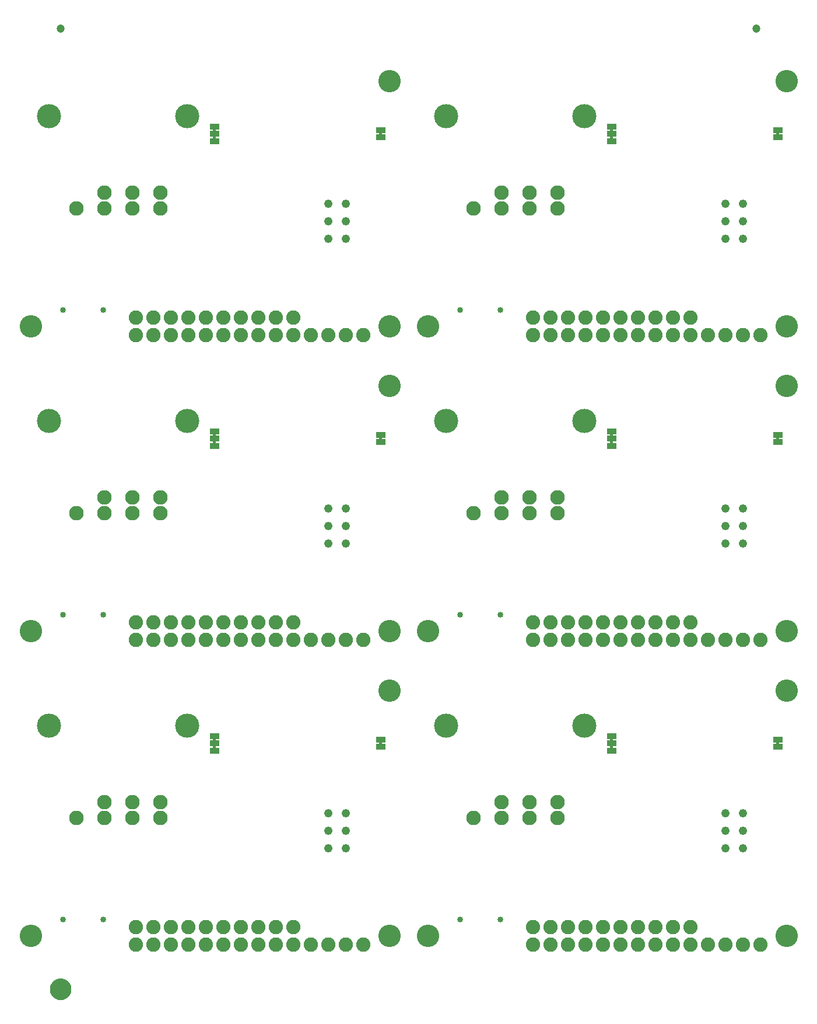
<source format=gbs>
G04 EAGLE Gerber RS-274X export*
G75*
%MOMM*%
%FSLAX34Y34*%
%LPD*%
%INSoldermask Bottom*%
%IPPOS*%
%AMOC8*
5,1,8,0,0,1.08239X$1,22.5*%
G01*
%ADD10C,3.505200*%
%ADD11C,2.108200*%
%ADD12C,0.853200*%
%ADD13R,1.473200X0.863600*%
%ADD14C,2.082800*%
%ADD15C,3.251200*%
%ADD16C,1.221313*%
%ADD17C,1.203200*%
%ADD18C,1.270000*%
%ADD19C,1.703200*%

G36*
X870015Y1191272D02*
X870015Y1191272D01*
X870081Y1191274D01*
X870124Y1191292D01*
X870171Y1191300D01*
X870228Y1191334D01*
X870288Y1191359D01*
X870323Y1191390D01*
X870364Y1191415D01*
X870406Y1191466D01*
X870454Y1191510D01*
X870476Y1191552D01*
X870505Y1191589D01*
X870526Y1191651D01*
X870557Y1191710D01*
X870565Y1191764D01*
X870577Y1191801D01*
X870576Y1191841D01*
X870584Y1191895D01*
X870584Y1195705D01*
X870573Y1195770D01*
X870571Y1195836D01*
X870553Y1195879D01*
X870545Y1195926D01*
X870511Y1195983D01*
X870486Y1196043D01*
X870455Y1196078D01*
X870430Y1196119D01*
X870379Y1196161D01*
X870335Y1196209D01*
X870293Y1196231D01*
X870256Y1196260D01*
X870194Y1196281D01*
X870135Y1196312D01*
X870081Y1196320D01*
X870044Y1196332D01*
X870004Y1196331D01*
X869950Y1196339D01*
X867410Y1196339D01*
X867345Y1196328D01*
X867279Y1196326D01*
X867236Y1196308D01*
X867189Y1196300D01*
X867132Y1196266D01*
X867072Y1196241D01*
X867037Y1196210D01*
X866996Y1196185D01*
X866955Y1196134D01*
X866906Y1196090D01*
X866884Y1196048D01*
X866855Y1196011D01*
X866834Y1195949D01*
X866803Y1195890D01*
X866795Y1195836D01*
X866783Y1195799D01*
X866783Y1195795D01*
X866783Y1195794D01*
X866784Y1195759D01*
X866776Y1195705D01*
X866776Y1191895D01*
X866787Y1191830D01*
X866789Y1191764D01*
X866807Y1191721D01*
X866815Y1191674D01*
X866849Y1191617D01*
X866874Y1191557D01*
X866905Y1191522D01*
X866930Y1191481D01*
X866981Y1191440D01*
X867025Y1191391D01*
X867067Y1191369D01*
X867104Y1191340D01*
X867166Y1191319D01*
X867225Y1191288D01*
X867279Y1191280D01*
X867316Y1191268D01*
X867356Y1191269D01*
X867410Y1191261D01*
X869950Y1191261D01*
X870015Y1191272D01*
G37*
G36*
X293435Y1191272D02*
X293435Y1191272D01*
X293501Y1191274D01*
X293544Y1191292D01*
X293591Y1191300D01*
X293648Y1191334D01*
X293708Y1191359D01*
X293743Y1191390D01*
X293784Y1191415D01*
X293826Y1191466D01*
X293874Y1191510D01*
X293896Y1191552D01*
X293925Y1191589D01*
X293946Y1191651D01*
X293977Y1191710D01*
X293985Y1191764D01*
X293997Y1191801D01*
X293996Y1191841D01*
X294004Y1191895D01*
X294004Y1195705D01*
X293993Y1195770D01*
X293991Y1195836D01*
X293973Y1195879D01*
X293965Y1195926D01*
X293931Y1195983D01*
X293906Y1196043D01*
X293875Y1196078D01*
X293850Y1196119D01*
X293799Y1196161D01*
X293755Y1196209D01*
X293713Y1196231D01*
X293676Y1196260D01*
X293614Y1196281D01*
X293555Y1196312D01*
X293501Y1196320D01*
X293464Y1196332D01*
X293424Y1196331D01*
X293370Y1196339D01*
X290830Y1196339D01*
X290765Y1196328D01*
X290699Y1196326D01*
X290656Y1196308D01*
X290609Y1196300D01*
X290552Y1196266D01*
X290492Y1196241D01*
X290457Y1196210D01*
X290416Y1196185D01*
X290375Y1196134D01*
X290326Y1196090D01*
X290304Y1196048D01*
X290275Y1196011D01*
X290254Y1195949D01*
X290223Y1195890D01*
X290215Y1195836D01*
X290203Y1195799D01*
X290203Y1195795D01*
X290203Y1195794D01*
X290204Y1195759D01*
X290196Y1195705D01*
X290196Y1191895D01*
X290207Y1191830D01*
X290209Y1191764D01*
X290227Y1191721D01*
X290235Y1191674D01*
X290269Y1191617D01*
X290294Y1191557D01*
X290325Y1191522D01*
X290350Y1191481D01*
X290401Y1191440D01*
X290445Y1191391D01*
X290487Y1191369D01*
X290524Y1191340D01*
X290586Y1191319D01*
X290645Y1191288D01*
X290699Y1191280D01*
X290736Y1191268D01*
X290776Y1191269D01*
X290830Y1191261D01*
X293370Y1191261D01*
X293435Y1191272D01*
G37*
G36*
X1111315Y1186192D02*
X1111315Y1186192D01*
X1111381Y1186194D01*
X1111424Y1186212D01*
X1111471Y1186220D01*
X1111528Y1186254D01*
X1111588Y1186279D01*
X1111623Y1186310D01*
X1111664Y1186335D01*
X1111706Y1186386D01*
X1111754Y1186430D01*
X1111776Y1186472D01*
X1111805Y1186509D01*
X1111826Y1186571D01*
X1111857Y1186630D01*
X1111865Y1186684D01*
X1111877Y1186721D01*
X1111876Y1186761D01*
X1111884Y1186815D01*
X1111884Y1190625D01*
X1111873Y1190690D01*
X1111871Y1190756D01*
X1111853Y1190799D01*
X1111845Y1190846D01*
X1111811Y1190903D01*
X1111786Y1190963D01*
X1111755Y1190998D01*
X1111730Y1191039D01*
X1111679Y1191081D01*
X1111635Y1191129D01*
X1111593Y1191151D01*
X1111556Y1191180D01*
X1111494Y1191201D01*
X1111435Y1191232D01*
X1111381Y1191240D01*
X1111344Y1191252D01*
X1111304Y1191251D01*
X1111250Y1191259D01*
X1108710Y1191259D01*
X1108645Y1191248D01*
X1108579Y1191246D01*
X1108536Y1191228D01*
X1108489Y1191220D01*
X1108432Y1191186D01*
X1108372Y1191161D01*
X1108337Y1191130D01*
X1108296Y1191105D01*
X1108255Y1191054D01*
X1108206Y1191010D01*
X1108184Y1190968D01*
X1108155Y1190931D01*
X1108134Y1190869D01*
X1108103Y1190810D01*
X1108095Y1190756D01*
X1108083Y1190719D01*
X1108083Y1190715D01*
X1108083Y1190714D01*
X1108084Y1190679D01*
X1108076Y1190625D01*
X1108076Y1186815D01*
X1108087Y1186750D01*
X1108089Y1186684D01*
X1108107Y1186641D01*
X1108115Y1186594D01*
X1108149Y1186537D01*
X1108174Y1186477D01*
X1108205Y1186442D01*
X1108230Y1186401D01*
X1108281Y1186360D01*
X1108325Y1186311D01*
X1108367Y1186289D01*
X1108404Y1186260D01*
X1108466Y1186239D01*
X1108525Y1186208D01*
X1108579Y1186200D01*
X1108616Y1186188D01*
X1108656Y1186189D01*
X1108710Y1186181D01*
X1111250Y1186181D01*
X1111315Y1186192D01*
G37*
G36*
X534735Y1186192D02*
X534735Y1186192D01*
X534801Y1186194D01*
X534844Y1186212D01*
X534891Y1186220D01*
X534948Y1186254D01*
X535008Y1186279D01*
X535043Y1186310D01*
X535084Y1186335D01*
X535126Y1186386D01*
X535174Y1186430D01*
X535196Y1186472D01*
X535225Y1186509D01*
X535246Y1186571D01*
X535277Y1186630D01*
X535285Y1186684D01*
X535297Y1186721D01*
X535296Y1186761D01*
X535304Y1186815D01*
X535304Y1190625D01*
X535293Y1190690D01*
X535291Y1190756D01*
X535273Y1190799D01*
X535265Y1190846D01*
X535231Y1190903D01*
X535206Y1190963D01*
X535175Y1190998D01*
X535150Y1191039D01*
X535099Y1191081D01*
X535055Y1191129D01*
X535013Y1191151D01*
X534976Y1191180D01*
X534914Y1191201D01*
X534855Y1191232D01*
X534801Y1191240D01*
X534764Y1191252D01*
X534724Y1191251D01*
X534670Y1191259D01*
X532130Y1191259D01*
X532065Y1191248D01*
X531999Y1191246D01*
X531956Y1191228D01*
X531909Y1191220D01*
X531852Y1191186D01*
X531792Y1191161D01*
X531757Y1191130D01*
X531716Y1191105D01*
X531675Y1191054D01*
X531626Y1191010D01*
X531604Y1190968D01*
X531575Y1190931D01*
X531554Y1190869D01*
X531523Y1190810D01*
X531515Y1190756D01*
X531503Y1190719D01*
X531503Y1190715D01*
X531503Y1190714D01*
X531504Y1190679D01*
X531496Y1190625D01*
X531496Y1186815D01*
X531507Y1186750D01*
X531509Y1186684D01*
X531527Y1186641D01*
X531535Y1186594D01*
X531569Y1186537D01*
X531594Y1186477D01*
X531625Y1186442D01*
X531650Y1186401D01*
X531701Y1186360D01*
X531745Y1186311D01*
X531787Y1186289D01*
X531824Y1186260D01*
X531886Y1186239D01*
X531945Y1186208D01*
X531999Y1186200D01*
X532036Y1186188D01*
X532076Y1186189D01*
X532130Y1186181D01*
X534670Y1186181D01*
X534735Y1186192D01*
G37*
G36*
X293435Y1181112D02*
X293435Y1181112D01*
X293501Y1181114D01*
X293544Y1181132D01*
X293591Y1181140D01*
X293648Y1181174D01*
X293708Y1181199D01*
X293743Y1181230D01*
X293784Y1181255D01*
X293826Y1181306D01*
X293874Y1181350D01*
X293896Y1181392D01*
X293925Y1181429D01*
X293946Y1181491D01*
X293977Y1181550D01*
X293985Y1181604D01*
X293997Y1181641D01*
X293996Y1181681D01*
X294004Y1181735D01*
X294004Y1185545D01*
X293993Y1185610D01*
X293991Y1185676D01*
X293973Y1185719D01*
X293965Y1185766D01*
X293931Y1185823D01*
X293906Y1185883D01*
X293875Y1185918D01*
X293850Y1185959D01*
X293799Y1186001D01*
X293755Y1186049D01*
X293713Y1186071D01*
X293676Y1186100D01*
X293614Y1186121D01*
X293555Y1186152D01*
X293501Y1186160D01*
X293464Y1186172D01*
X293424Y1186171D01*
X293370Y1186179D01*
X290830Y1186179D01*
X290765Y1186168D01*
X290699Y1186166D01*
X290656Y1186148D01*
X290609Y1186140D01*
X290552Y1186106D01*
X290492Y1186081D01*
X290457Y1186050D01*
X290416Y1186025D01*
X290375Y1185974D01*
X290326Y1185930D01*
X290304Y1185888D01*
X290275Y1185851D01*
X290254Y1185789D01*
X290223Y1185730D01*
X290215Y1185676D01*
X290203Y1185639D01*
X290203Y1185635D01*
X290203Y1185634D01*
X290204Y1185599D01*
X290196Y1185545D01*
X290196Y1181735D01*
X290207Y1181670D01*
X290209Y1181604D01*
X290227Y1181561D01*
X290235Y1181514D01*
X290269Y1181457D01*
X290294Y1181397D01*
X290325Y1181362D01*
X290350Y1181321D01*
X290401Y1181280D01*
X290445Y1181231D01*
X290487Y1181209D01*
X290524Y1181180D01*
X290586Y1181159D01*
X290645Y1181128D01*
X290699Y1181120D01*
X290736Y1181108D01*
X290776Y1181109D01*
X290830Y1181101D01*
X293370Y1181101D01*
X293435Y1181112D01*
G37*
G36*
X870015Y1181112D02*
X870015Y1181112D01*
X870081Y1181114D01*
X870124Y1181132D01*
X870171Y1181140D01*
X870228Y1181174D01*
X870288Y1181199D01*
X870323Y1181230D01*
X870364Y1181255D01*
X870406Y1181306D01*
X870454Y1181350D01*
X870476Y1181392D01*
X870505Y1181429D01*
X870526Y1181491D01*
X870557Y1181550D01*
X870565Y1181604D01*
X870577Y1181641D01*
X870576Y1181681D01*
X870584Y1181735D01*
X870584Y1185545D01*
X870573Y1185610D01*
X870571Y1185676D01*
X870553Y1185719D01*
X870545Y1185766D01*
X870511Y1185823D01*
X870486Y1185883D01*
X870455Y1185918D01*
X870430Y1185959D01*
X870379Y1186001D01*
X870335Y1186049D01*
X870293Y1186071D01*
X870256Y1186100D01*
X870194Y1186121D01*
X870135Y1186152D01*
X870081Y1186160D01*
X870044Y1186172D01*
X870004Y1186171D01*
X869950Y1186179D01*
X867410Y1186179D01*
X867345Y1186168D01*
X867279Y1186166D01*
X867236Y1186148D01*
X867189Y1186140D01*
X867132Y1186106D01*
X867072Y1186081D01*
X867037Y1186050D01*
X866996Y1186025D01*
X866955Y1185974D01*
X866906Y1185930D01*
X866884Y1185888D01*
X866855Y1185851D01*
X866834Y1185789D01*
X866803Y1185730D01*
X866795Y1185676D01*
X866783Y1185639D01*
X866783Y1185635D01*
X866783Y1185634D01*
X866784Y1185599D01*
X866776Y1185545D01*
X866776Y1181735D01*
X866787Y1181670D01*
X866789Y1181604D01*
X866807Y1181561D01*
X866815Y1181514D01*
X866849Y1181457D01*
X866874Y1181397D01*
X866905Y1181362D01*
X866930Y1181321D01*
X866981Y1181280D01*
X867025Y1181231D01*
X867067Y1181209D01*
X867104Y1181180D01*
X867166Y1181159D01*
X867225Y1181128D01*
X867279Y1181120D01*
X867316Y1181108D01*
X867356Y1181109D01*
X867410Y1181101D01*
X869950Y1181101D01*
X870015Y1181112D01*
G37*
G36*
X293435Y749312D02*
X293435Y749312D01*
X293501Y749314D01*
X293544Y749332D01*
X293591Y749340D01*
X293648Y749374D01*
X293708Y749399D01*
X293743Y749430D01*
X293784Y749455D01*
X293826Y749506D01*
X293874Y749550D01*
X293896Y749592D01*
X293925Y749629D01*
X293946Y749691D01*
X293977Y749750D01*
X293985Y749804D01*
X293997Y749841D01*
X293996Y749881D01*
X294004Y749935D01*
X294004Y753745D01*
X293993Y753810D01*
X293991Y753876D01*
X293973Y753919D01*
X293965Y753966D01*
X293931Y754023D01*
X293906Y754083D01*
X293875Y754118D01*
X293850Y754159D01*
X293799Y754201D01*
X293755Y754249D01*
X293713Y754271D01*
X293676Y754300D01*
X293614Y754321D01*
X293555Y754352D01*
X293501Y754360D01*
X293464Y754372D01*
X293424Y754371D01*
X293370Y754379D01*
X290830Y754379D01*
X290765Y754368D01*
X290699Y754366D01*
X290656Y754348D01*
X290609Y754340D01*
X290552Y754306D01*
X290492Y754281D01*
X290457Y754250D01*
X290416Y754225D01*
X290375Y754174D01*
X290326Y754130D01*
X290304Y754088D01*
X290275Y754051D01*
X290254Y753989D01*
X290223Y753930D01*
X290215Y753876D01*
X290203Y753839D01*
X290203Y753835D01*
X290203Y753834D01*
X290204Y753799D01*
X290196Y753745D01*
X290196Y749935D01*
X290207Y749870D01*
X290209Y749804D01*
X290227Y749761D01*
X290235Y749714D01*
X290269Y749657D01*
X290294Y749597D01*
X290325Y749562D01*
X290350Y749521D01*
X290401Y749480D01*
X290445Y749431D01*
X290487Y749409D01*
X290524Y749380D01*
X290586Y749359D01*
X290645Y749328D01*
X290699Y749320D01*
X290736Y749308D01*
X290776Y749309D01*
X290830Y749301D01*
X293370Y749301D01*
X293435Y749312D01*
G37*
G36*
X870015Y749312D02*
X870015Y749312D01*
X870081Y749314D01*
X870124Y749332D01*
X870171Y749340D01*
X870228Y749374D01*
X870288Y749399D01*
X870323Y749430D01*
X870364Y749455D01*
X870406Y749506D01*
X870454Y749550D01*
X870476Y749592D01*
X870505Y749629D01*
X870526Y749691D01*
X870557Y749750D01*
X870565Y749804D01*
X870577Y749841D01*
X870576Y749881D01*
X870584Y749935D01*
X870584Y753745D01*
X870573Y753810D01*
X870571Y753876D01*
X870553Y753919D01*
X870545Y753966D01*
X870511Y754023D01*
X870486Y754083D01*
X870455Y754118D01*
X870430Y754159D01*
X870379Y754201D01*
X870335Y754249D01*
X870293Y754271D01*
X870256Y754300D01*
X870194Y754321D01*
X870135Y754352D01*
X870081Y754360D01*
X870044Y754372D01*
X870004Y754371D01*
X869950Y754379D01*
X867410Y754379D01*
X867345Y754368D01*
X867279Y754366D01*
X867236Y754348D01*
X867189Y754340D01*
X867132Y754306D01*
X867072Y754281D01*
X867037Y754250D01*
X866996Y754225D01*
X866955Y754174D01*
X866906Y754130D01*
X866884Y754088D01*
X866855Y754051D01*
X866834Y753989D01*
X866803Y753930D01*
X866795Y753876D01*
X866783Y753839D01*
X866783Y753835D01*
X866783Y753834D01*
X866784Y753799D01*
X866776Y753745D01*
X866776Y749935D01*
X866787Y749870D01*
X866789Y749804D01*
X866807Y749761D01*
X866815Y749714D01*
X866849Y749657D01*
X866874Y749597D01*
X866905Y749562D01*
X866930Y749521D01*
X866981Y749480D01*
X867025Y749431D01*
X867067Y749409D01*
X867104Y749380D01*
X867166Y749359D01*
X867225Y749328D01*
X867279Y749320D01*
X867316Y749308D01*
X867356Y749309D01*
X867410Y749301D01*
X869950Y749301D01*
X870015Y749312D01*
G37*
G36*
X1111315Y744232D02*
X1111315Y744232D01*
X1111381Y744234D01*
X1111424Y744252D01*
X1111471Y744260D01*
X1111528Y744294D01*
X1111588Y744319D01*
X1111623Y744350D01*
X1111664Y744375D01*
X1111706Y744426D01*
X1111754Y744470D01*
X1111776Y744512D01*
X1111805Y744549D01*
X1111826Y744611D01*
X1111857Y744670D01*
X1111865Y744724D01*
X1111877Y744761D01*
X1111876Y744801D01*
X1111884Y744855D01*
X1111884Y748665D01*
X1111873Y748730D01*
X1111871Y748796D01*
X1111853Y748839D01*
X1111845Y748886D01*
X1111811Y748943D01*
X1111786Y749003D01*
X1111755Y749038D01*
X1111730Y749079D01*
X1111679Y749121D01*
X1111635Y749169D01*
X1111593Y749191D01*
X1111556Y749220D01*
X1111494Y749241D01*
X1111435Y749272D01*
X1111381Y749280D01*
X1111344Y749292D01*
X1111304Y749291D01*
X1111250Y749299D01*
X1108710Y749299D01*
X1108645Y749288D01*
X1108579Y749286D01*
X1108536Y749268D01*
X1108489Y749260D01*
X1108432Y749226D01*
X1108372Y749201D01*
X1108337Y749170D01*
X1108296Y749145D01*
X1108255Y749094D01*
X1108206Y749050D01*
X1108184Y749008D01*
X1108155Y748971D01*
X1108134Y748909D01*
X1108103Y748850D01*
X1108095Y748796D01*
X1108083Y748759D01*
X1108083Y748755D01*
X1108083Y748754D01*
X1108084Y748719D01*
X1108076Y748665D01*
X1108076Y744855D01*
X1108087Y744790D01*
X1108089Y744724D01*
X1108107Y744681D01*
X1108115Y744634D01*
X1108149Y744577D01*
X1108174Y744517D01*
X1108205Y744482D01*
X1108230Y744441D01*
X1108281Y744400D01*
X1108325Y744351D01*
X1108367Y744329D01*
X1108404Y744300D01*
X1108466Y744279D01*
X1108525Y744248D01*
X1108579Y744240D01*
X1108616Y744228D01*
X1108656Y744229D01*
X1108710Y744221D01*
X1111250Y744221D01*
X1111315Y744232D01*
G37*
G36*
X534735Y744232D02*
X534735Y744232D01*
X534801Y744234D01*
X534844Y744252D01*
X534891Y744260D01*
X534948Y744294D01*
X535008Y744319D01*
X535043Y744350D01*
X535084Y744375D01*
X535126Y744426D01*
X535174Y744470D01*
X535196Y744512D01*
X535225Y744549D01*
X535246Y744611D01*
X535277Y744670D01*
X535285Y744724D01*
X535297Y744761D01*
X535296Y744801D01*
X535304Y744855D01*
X535304Y748665D01*
X535293Y748730D01*
X535291Y748796D01*
X535273Y748839D01*
X535265Y748886D01*
X535231Y748943D01*
X535206Y749003D01*
X535175Y749038D01*
X535150Y749079D01*
X535099Y749121D01*
X535055Y749169D01*
X535013Y749191D01*
X534976Y749220D01*
X534914Y749241D01*
X534855Y749272D01*
X534801Y749280D01*
X534764Y749292D01*
X534724Y749291D01*
X534670Y749299D01*
X532130Y749299D01*
X532065Y749288D01*
X531999Y749286D01*
X531956Y749268D01*
X531909Y749260D01*
X531852Y749226D01*
X531792Y749201D01*
X531757Y749170D01*
X531716Y749145D01*
X531675Y749094D01*
X531626Y749050D01*
X531604Y749008D01*
X531575Y748971D01*
X531554Y748909D01*
X531523Y748850D01*
X531515Y748796D01*
X531503Y748759D01*
X531503Y748755D01*
X531503Y748754D01*
X531504Y748719D01*
X531496Y748665D01*
X531496Y744855D01*
X531507Y744790D01*
X531509Y744724D01*
X531527Y744681D01*
X531535Y744634D01*
X531569Y744577D01*
X531594Y744517D01*
X531625Y744482D01*
X531650Y744441D01*
X531701Y744400D01*
X531745Y744351D01*
X531787Y744329D01*
X531824Y744300D01*
X531886Y744279D01*
X531945Y744248D01*
X531999Y744240D01*
X532036Y744228D01*
X532076Y744229D01*
X532130Y744221D01*
X534670Y744221D01*
X534735Y744232D01*
G37*
G36*
X870015Y739152D02*
X870015Y739152D01*
X870081Y739154D01*
X870124Y739172D01*
X870171Y739180D01*
X870228Y739214D01*
X870288Y739239D01*
X870323Y739270D01*
X870364Y739295D01*
X870406Y739346D01*
X870454Y739390D01*
X870476Y739432D01*
X870505Y739469D01*
X870526Y739531D01*
X870557Y739590D01*
X870565Y739644D01*
X870577Y739681D01*
X870576Y739721D01*
X870584Y739775D01*
X870584Y743585D01*
X870573Y743650D01*
X870571Y743716D01*
X870553Y743759D01*
X870545Y743806D01*
X870511Y743863D01*
X870486Y743923D01*
X870455Y743958D01*
X870430Y743999D01*
X870379Y744041D01*
X870335Y744089D01*
X870293Y744111D01*
X870256Y744140D01*
X870194Y744161D01*
X870135Y744192D01*
X870081Y744200D01*
X870044Y744212D01*
X870004Y744211D01*
X869950Y744219D01*
X867410Y744219D01*
X867345Y744208D01*
X867279Y744206D01*
X867236Y744188D01*
X867189Y744180D01*
X867132Y744146D01*
X867072Y744121D01*
X867037Y744090D01*
X866996Y744065D01*
X866955Y744014D01*
X866906Y743970D01*
X866884Y743928D01*
X866855Y743891D01*
X866834Y743829D01*
X866803Y743770D01*
X866795Y743716D01*
X866783Y743679D01*
X866783Y743675D01*
X866783Y743674D01*
X866784Y743639D01*
X866776Y743585D01*
X866776Y739775D01*
X866787Y739710D01*
X866789Y739644D01*
X866807Y739601D01*
X866815Y739554D01*
X866849Y739497D01*
X866874Y739437D01*
X866905Y739402D01*
X866930Y739361D01*
X866981Y739320D01*
X867025Y739271D01*
X867067Y739249D01*
X867104Y739220D01*
X867166Y739199D01*
X867225Y739168D01*
X867279Y739160D01*
X867316Y739148D01*
X867356Y739149D01*
X867410Y739141D01*
X869950Y739141D01*
X870015Y739152D01*
G37*
G36*
X293435Y739152D02*
X293435Y739152D01*
X293501Y739154D01*
X293544Y739172D01*
X293591Y739180D01*
X293648Y739214D01*
X293708Y739239D01*
X293743Y739270D01*
X293784Y739295D01*
X293826Y739346D01*
X293874Y739390D01*
X293896Y739432D01*
X293925Y739469D01*
X293946Y739531D01*
X293977Y739590D01*
X293985Y739644D01*
X293997Y739681D01*
X293996Y739721D01*
X294004Y739775D01*
X294004Y743585D01*
X293993Y743650D01*
X293991Y743716D01*
X293973Y743759D01*
X293965Y743806D01*
X293931Y743863D01*
X293906Y743923D01*
X293875Y743958D01*
X293850Y743999D01*
X293799Y744041D01*
X293755Y744089D01*
X293713Y744111D01*
X293676Y744140D01*
X293614Y744161D01*
X293555Y744192D01*
X293501Y744200D01*
X293464Y744212D01*
X293424Y744211D01*
X293370Y744219D01*
X290830Y744219D01*
X290765Y744208D01*
X290699Y744206D01*
X290656Y744188D01*
X290609Y744180D01*
X290552Y744146D01*
X290492Y744121D01*
X290457Y744090D01*
X290416Y744065D01*
X290375Y744014D01*
X290326Y743970D01*
X290304Y743928D01*
X290275Y743891D01*
X290254Y743829D01*
X290223Y743770D01*
X290215Y743716D01*
X290203Y743679D01*
X290203Y743675D01*
X290203Y743674D01*
X290204Y743639D01*
X290196Y743585D01*
X290196Y739775D01*
X290207Y739710D01*
X290209Y739644D01*
X290227Y739601D01*
X290235Y739554D01*
X290269Y739497D01*
X290294Y739437D01*
X290325Y739402D01*
X290350Y739361D01*
X290401Y739320D01*
X290445Y739271D01*
X290487Y739249D01*
X290524Y739220D01*
X290586Y739199D01*
X290645Y739168D01*
X290699Y739160D01*
X290736Y739148D01*
X290776Y739149D01*
X290830Y739141D01*
X293370Y739141D01*
X293435Y739152D01*
G37*
G36*
X870015Y307352D02*
X870015Y307352D01*
X870081Y307354D01*
X870124Y307372D01*
X870171Y307380D01*
X870228Y307414D01*
X870288Y307439D01*
X870323Y307470D01*
X870364Y307495D01*
X870406Y307546D01*
X870454Y307590D01*
X870476Y307632D01*
X870505Y307669D01*
X870526Y307731D01*
X870557Y307790D01*
X870565Y307844D01*
X870577Y307881D01*
X870576Y307921D01*
X870584Y307975D01*
X870584Y311785D01*
X870573Y311850D01*
X870571Y311916D01*
X870553Y311959D01*
X870545Y312006D01*
X870511Y312063D01*
X870486Y312123D01*
X870455Y312158D01*
X870430Y312199D01*
X870379Y312241D01*
X870335Y312289D01*
X870293Y312311D01*
X870256Y312340D01*
X870194Y312361D01*
X870135Y312392D01*
X870081Y312400D01*
X870044Y312412D01*
X870004Y312411D01*
X869950Y312419D01*
X867410Y312419D01*
X867345Y312408D01*
X867279Y312406D01*
X867236Y312388D01*
X867189Y312380D01*
X867132Y312346D01*
X867072Y312321D01*
X867037Y312290D01*
X866996Y312265D01*
X866955Y312214D01*
X866906Y312170D01*
X866884Y312128D01*
X866855Y312091D01*
X866834Y312029D01*
X866803Y311970D01*
X866795Y311916D01*
X866783Y311879D01*
X866783Y311875D01*
X866783Y311874D01*
X866784Y311839D01*
X866776Y311785D01*
X866776Y307975D01*
X866787Y307910D01*
X866789Y307844D01*
X866807Y307801D01*
X866815Y307754D01*
X866849Y307697D01*
X866874Y307637D01*
X866905Y307602D01*
X866930Y307561D01*
X866981Y307520D01*
X867025Y307471D01*
X867067Y307449D01*
X867104Y307420D01*
X867166Y307399D01*
X867225Y307368D01*
X867279Y307360D01*
X867316Y307348D01*
X867356Y307349D01*
X867410Y307341D01*
X869950Y307341D01*
X870015Y307352D01*
G37*
G36*
X293435Y307352D02*
X293435Y307352D01*
X293501Y307354D01*
X293544Y307372D01*
X293591Y307380D01*
X293648Y307414D01*
X293708Y307439D01*
X293743Y307470D01*
X293784Y307495D01*
X293826Y307546D01*
X293874Y307590D01*
X293896Y307632D01*
X293925Y307669D01*
X293946Y307731D01*
X293977Y307790D01*
X293985Y307844D01*
X293997Y307881D01*
X293996Y307921D01*
X294004Y307975D01*
X294004Y311785D01*
X293993Y311850D01*
X293991Y311916D01*
X293973Y311959D01*
X293965Y312006D01*
X293931Y312063D01*
X293906Y312123D01*
X293875Y312158D01*
X293850Y312199D01*
X293799Y312241D01*
X293755Y312289D01*
X293713Y312311D01*
X293676Y312340D01*
X293614Y312361D01*
X293555Y312392D01*
X293501Y312400D01*
X293464Y312412D01*
X293424Y312411D01*
X293370Y312419D01*
X290830Y312419D01*
X290765Y312408D01*
X290699Y312406D01*
X290656Y312388D01*
X290609Y312380D01*
X290552Y312346D01*
X290492Y312321D01*
X290457Y312290D01*
X290416Y312265D01*
X290375Y312214D01*
X290326Y312170D01*
X290304Y312128D01*
X290275Y312091D01*
X290254Y312029D01*
X290223Y311970D01*
X290215Y311916D01*
X290203Y311879D01*
X290203Y311875D01*
X290203Y311874D01*
X290204Y311839D01*
X290196Y311785D01*
X290196Y307975D01*
X290207Y307910D01*
X290209Y307844D01*
X290227Y307801D01*
X290235Y307754D01*
X290269Y307697D01*
X290294Y307637D01*
X290325Y307602D01*
X290350Y307561D01*
X290401Y307520D01*
X290445Y307471D01*
X290487Y307449D01*
X290524Y307420D01*
X290586Y307399D01*
X290645Y307368D01*
X290699Y307360D01*
X290736Y307348D01*
X290776Y307349D01*
X290830Y307341D01*
X293370Y307341D01*
X293435Y307352D01*
G37*
G36*
X1111315Y302272D02*
X1111315Y302272D01*
X1111381Y302274D01*
X1111424Y302292D01*
X1111471Y302300D01*
X1111528Y302334D01*
X1111588Y302359D01*
X1111623Y302390D01*
X1111664Y302415D01*
X1111706Y302466D01*
X1111754Y302510D01*
X1111776Y302552D01*
X1111805Y302589D01*
X1111826Y302651D01*
X1111857Y302710D01*
X1111865Y302764D01*
X1111877Y302801D01*
X1111876Y302841D01*
X1111884Y302895D01*
X1111884Y306705D01*
X1111873Y306770D01*
X1111871Y306836D01*
X1111853Y306879D01*
X1111845Y306926D01*
X1111811Y306983D01*
X1111786Y307043D01*
X1111755Y307078D01*
X1111730Y307119D01*
X1111679Y307161D01*
X1111635Y307209D01*
X1111593Y307231D01*
X1111556Y307260D01*
X1111494Y307281D01*
X1111435Y307312D01*
X1111381Y307320D01*
X1111344Y307332D01*
X1111304Y307331D01*
X1111250Y307339D01*
X1108710Y307339D01*
X1108645Y307328D01*
X1108579Y307326D01*
X1108536Y307308D01*
X1108489Y307300D01*
X1108432Y307266D01*
X1108372Y307241D01*
X1108337Y307210D01*
X1108296Y307185D01*
X1108255Y307134D01*
X1108206Y307090D01*
X1108184Y307048D01*
X1108155Y307011D01*
X1108134Y306949D01*
X1108103Y306890D01*
X1108095Y306836D01*
X1108083Y306799D01*
X1108083Y306795D01*
X1108083Y306794D01*
X1108084Y306759D01*
X1108076Y306705D01*
X1108076Y302895D01*
X1108087Y302830D01*
X1108089Y302764D01*
X1108107Y302721D01*
X1108115Y302674D01*
X1108149Y302617D01*
X1108174Y302557D01*
X1108205Y302522D01*
X1108230Y302481D01*
X1108281Y302440D01*
X1108325Y302391D01*
X1108367Y302369D01*
X1108404Y302340D01*
X1108466Y302319D01*
X1108525Y302288D01*
X1108579Y302280D01*
X1108616Y302268D01*
X1108656Y302269D01*
X1108710Y302261D01*
X1111250Y302261D01*
X1111315Y302272D01*
G37*
G36*
X534735Y302272D02*
X534735Y302272D01*
X534801Y302274D01*
X534844Y302292D01*
X534891Y302300D01*
X534948Y302334D01*
X535008Y302359D01*
X535043Y302390D01*
X535084Y302415D01*
X535126Y302466D01*
X535174Y302510D01*
X535196Y302552D01*
X535225Y302589D01*
X535246Y302651D01*
X535277Y302710D01*
X535285Y302764D01*
X535297Y302801D01*
X535296Y302841D01*
X535304Y302895D01*
X535304Y306705D01*
X535293Y306770D01*
X535291Y306836D01*
X535273Y306879D01*
X535265Y306926D01*
X535231Y306983D01*
X535206Y307043D01*
X535175Y307078D01*
X535150Y307119D01*
X535099Y307161D01*
X535055Y307209D01*
X535013Y307231D01*
X534976Y307260D01*
X534914Y307281D01*
X534855Y307312D01*
X534801Y307320D01*
X534764Y307332D01*
X534724Y307331D01*
X534670Y307339D01*
X532130Y307339D01*
X532065Y307328D01*
X531999Y307326D01*
X531956Y307308D01*
X531909Y307300D01*
X531852Y307266D01*
X531792Y307241D01*
X531757Y307210D01*
X531716Y307185D01*
X531675Y307134D01*
X531626Y307090D01*
X531604Y307048D01*
X531575Y307011D01*
X531554Y306949D01*
X531523Y306890D01*
X531515Y306836D01*
X531503Y306799D01*
X531503Y306795D01*
X531503Y306794D01*
X531504Y306759D01*
X531496Y306705D01*
X531496Y302895D01*
X531507Y302830D01*
X531509Y302764D01*
X531527Y302721D01*
X531535Y302674D01*
X531569Y302617D01*
X531594Y302557D01*
X531625Y302522D01*
X531650Y302481D01*
X531701Y302440D01*
X531745Y302391D01*
X531787Y302369D01*
X531824Y302340D01*
X531886Y302319D01*
X531945Y302288D01*
X531999Y302280D01*
X532036Y302268D01*
X532076Y302269D01*
X532130Y302261D01*
X534670Y302261D01*
X534735Y302272D01*
G37*
G36*
X870015Y297192D02*
X870015Y297192D01*
X870081Y297194D01*
X870124Y297212D01*
X870171Y297220D01*
X870228Y297254D01*
X870288Y297279D01*
X870323Y297310D01*
X870364Y297335D01*
X870406Y297386D01*
X870454Y297430D01*
X870476Y297472D01*
X870505Y297509D01*
X870526Y297571D01*
X870557Y297630D01*
X870565Y297684D01*
X870577Y297721D01*
X870576Y297761D01*
X870584Y297815D01*
X870584Y301625D01*
X870573Y301690D01*
X870571Y301756D01*
X870553Y301799D01*
X870545Y301846D01*
X870511Y301903D01*
X870486Y301963D01*
X870455Y301998D01*
X870430Y302039D01*
X870379Y302081D01*
X870335Y302129D01*
X870293Y302151D01*
X870256Y302180D01*
X870194Y302201D01*
X870135Y302232D01*
X870081Y302240D01*
X870044Y302252D01*
X870004Y302251D01*
X869950Y302259D01*
X867410Y302259D01*
X867345Y302248D01*
X867279Y302246D01*
X867236Y302228D01*
X867189Y302220D01*
X867132Y302186D01*
X867072Y302161D01*
X867037Y302130D01*
X866996Y302105D01*
X866955Y302054D01*
X866906Y302010D01*
X866884Y301968D01*
X866855Y301931D01*
X866834Y301869D01*
X866803Y301810D01*
X866795Y301756D01*
X866783Y301719D01*
X866783Y301715D01*
X866783Y301714D01*
X866784Y301679D01*
X866776Y301625D01*
X866776Y297815D01*
X866787Y297750D01*
X866789Y297684D01*
X866807Y297641D01*
X866815Y297594D01*
X866849Y297537D01*
X866874Y297477D01*
X866905Y297442D01*
X866930Y297401D01*
X866981Y297360D01*
X867025Y297311D01*
X867067Y297289D01*
X867104Y297260D01*
X867166Y297239D01*
X867225Y297208D01*
X867279Y297200D01*
X867316Y297188D01*
X867356Y297189D01*
X867410Y297181D01*
X869950Y297181D01*
X870015Y297192D01*
G37*
G36*
X293435Y297192D02*
X293435Y297192D01*
X293501Y297194D01*
X293544Y297212D01*
X293591Y297220D01*
X293648Y297254D01*
X293708Y297279D01*
X293743Y297310D01*
X293784Y297335D01*
X293826Y297386D01*
X293874Y297430D01*
X293896Y297472D01*
X293925Y297509D01*
X293946Y297571D01*
X293977Y297630D01*
X293985Y297684D01*
X293997Y297721D01*
X293996Y297761D01*
X294004Y297815D01*
X294004Y301625D01*
X293993Y301690D01*
X293991Y301756D01*
X293973Y301799D01*
X293965Y301846D01*
X293931Y301903D01*
X293906Y301963D01*
X293875Y301998D01*
X293850Y302039D01*
X293799Y302081D01*
X293755Y302129D01*
X293713Y302151D01*
X293676Y302180D01*
X293614Y302201D01*
X293555Y302232D01*
X293501Y302240D01*
X293464Y302252D01*
X293424Y302251D01*
X293370Y302259D01*
X290830Y302259D01*
X290765Y302248D01*
X290699Y302246D01*
X290656Y302228D01*
X290609Y302220D01*
X290552Y302186D01*
X290492Y302161D01*
X290457Y302130D01*
X290416Y302105D01*
X290375Y302054D01*
X290326Y302010D01*
X290304Y301968D01*
X290275Y301931D01*
X290254Y301869D01*
X290223Y301810D01*
X290215Y301756D01*
X290203Y301719D01*
X290203Y301715D01*
X290203Y301714D01*
X290204Y301679D01*
X290196Y301625D01*
X290196Y297815D01*
X290207Y297750D01*
X290209Y297684D01*
X290227Y297641D01*
X290235Y297594D01*
X290269Y297537D01*
X290294Y297477D01*
X290325Y297442D01*
X290350Y297401D01*
X290401Y297360D01*
X290445Y297311D01*
X290487Y297289D01*
X290524Y297260D01*
X290586Y297239D01*
X290645Y297208D01*
X290699Y297200D01*
X290736Y297188D01*
X290776Y297189D01*
X290830Y297181D01*
X293370Y297181D01*
X293435Y297192D01*
G37*
D10*
X52070Y330200D03*
X252730Y330200D03*
D11*
X91440Y196850D03*
X132080Y196850D03*
X172720Y196850D03*
X213360Y196850D03*
X132080Y219710D03*
X172720Y219710D03*
X213360Y219710D03*
D12*
X72700Y49050D03*
X130500Y49050D03*
D13*
X292100Y294386D03*
X292100Y304800D03*
X292100Y315214D03*
D14*
X406400Y38100D03*
X406400Y12700D03*
X381000Y38100D03*
X381000Y12700D03*
X355600Y38100D03*
X355600Y12700D03*
X330200Y38100D03*
X330200Y12700D03*
X304800Y38100D03*
X304800Y12700D03*
X279400Y38100D03*
X279400Y12700D03*
X254000Y38100D03*
X254000Y12700D03*
X228600Y38100D03*
X228600Y12700D03*
X203200Y38100D03*
X203200Y12700D03*
X177800Y38100D03*
X177800Y12700D03*
X431800Y12700D03*
X457200Y12700D03*
X482600Y12700D03*
X508000Y12700D03*
D15*
X25400Y25400D03*
X546100Y25400D03*
D16*
X482600Y152400D03*
X482600Y177800D03*
X482600Y203200D03*
X457200Y152400D03*
X457200Y177800D03*
X457200Y203200D03*
D13*
X533400Y310007D03*
X533400Y299593D03*
D15*
X546100Y381000D03*
D10*
X628650Y330200D03*
X829310Y330200D03*
D11*
X668020Y196850D03*
X708660Y196850D03*
X749300Y196850D03*
X789940Y196850D03*
X708660Y219710D03*
X749300Y219710D03*
X789940Y219710D03*
D12*
X649280Y49050D03*
X707080Y49050D03*
D13*
X868680Y294386D03*
X868680Y304800D03*
X868680Y315214D03*
D14*
X982980Y38100D03*
X982980Y12700D03*
X957580Y38100D03*
X957580Y12700D03*
X932180Y38100D03*
X932180Y12700D03*
X906780Y38100D03*
X906780Y12700D03*
X881380Y38100D03*
X881380Y12700D03*
X855980Y38100D03*
X855980Y12700D03*
X830580Y38100D03*
X830580Y12700D03*
X805180Y38100D03*
X805180Y12700D03*
X779780Y38100D03*
X779780Y12700D03*
X754380Y38100D03*
X754380Y12700D03*
X1008380Y12700D03*
X1033780Y12700D03*
X1059180Y12700D03*
X1084580Y12700D03*
D15*
X601980Y25400D03*
X1122680Y25400D03*
D16*
X1059180Y152400D03*
X1059180Y177800D03*
X1059180Y203200D03*
X1033780Y152400D03*
X1033780Y177800D03*
X1033780Y203200D03*
D13*
X1109980Y310007D03*
X1109980Y299593D03*
D15*
X1122680Y381000D03*
D10*
X52070Y772160D03*
X252730Y772160D03*
D11*
X91440Y638810D03*
X132080Y638810D03*
X172720Y638810D03*
X213360Y638810D03*
X132080Y661670D03*
X172720Y661670D03*
X213360Y661670D03*
D12*
X72700Y491010D03*
X130500Y491010D03*
D13*
X292100Y736346D03*
X292100Y746760D03*
X292100Y757174D03*
D14*
X406400Y480060D03*
X406400Y454660D03*
X381000Y480060D03*
X381000Y454660D03*
X355600Y480060D03*
X355600Y454660D03*
X330200Y480060D03*
X330200Y454660D03*
X304800Y480060D03*
X304800Y454660D03*
X279400Y480060D03*
X279400Y454660D03*
X254000Y480060D03*
X254000Y454660D03*
X228600Y480060D03*
X228600Y454660D03*
X203200Y480060D03*
X203200Y454660D03*
X177800Y480060D03*
X177800Y454660D03*
X431800Y454660D03*
X457200Y454660D03*
X482600Y454660D03*
X508000Y454660D03*
D15*
X25400Y467360D03*
X546100Y467360D03*
D16*
X482600Y594360D03*
X482600Y619760D03*
X482600Y645160D03*
X457200Y594360D03*
X457200Y619760D03*
X457200Y645160D03*
D13*
X533400Y751967D03*
X533400Y741553D03*
D15*
X546100Y822960D03*
D10*
X628650Y772160D03*
X829310Y772160D03*
D11*
X668020Y638810D03*
X708660Y638810D03*
X749300Y638810D03*
X789940Y638810D03*
X708660Y661670D03*
X749300Y661670D03*
X789940Y661670D03*
D12*
X649280Y491010D03*
X707080Y491010D03*
D13*
X868680Y736346D03*
X868680Y746760D03*
X868680Y757174D03*
D14*
X982980Y480060D03*
X982980Y454660D03*
X957580Y480060D03*
X957580Y454660D03*
X932180Y480060D03*
X932180Y454660D03*
X906780Y480060D03*
X906780Y454660D03*
X881380Y480060D03*
X881380Y454660D03*
X855980Y480060D03*
X855980Y454660D03*
X830580Y480060D03*
X830580Y454660D03*
X805180Y480060D03*
X805180Y454660D03*
X779780Y480060D03*
X779780Y454660D03*
X754380Y480060D03*
X754380Y454660D03*
X1008380Y454660D03*
X1033780Y454660D03*
X1059180Y454660D03*
X1084580Y454660D03*
D15*
X601980Y467360D03*
X1122680Y467360D03*
D16*
X1059180Y594360D03*
X1059180Y619760D03*
X1059180Y645160D03*
X1033780Y594360D03*
X1033780Y619760D03*
X1033780Y645160D03*
D13*
X1109980Y751967D03*
X1109980Y741553D03*
D15*
X1122680Y822960D03*
D10*
X52070Y1214120D03*
X252730Y1214120D03*
D11*
X91440Y1080770D03*
X132080Y1080770D03*
X172720Y1080770D03*
X213360Y1080770D03*
X132080Y1103630D03*
X172720Y1103630D03*
X213360Y1103630D03*
D12*
X72700Y932970D03*
X130500Y932970D03*
D13*
X292100Y1178306D03*
X292100Y1188720D03*
X292100Y1199134D03*
D14*
X406400Y922020D03*
X406400Y896620D03*
X381000Y922020D03*
X381000Y896620D03*
X355600Y922020D03*
X355600Y896620D03*
X330200Y922020D03*
X330200Y896620D03*
X304800Y922020D03*
X304800Y896620D03*
X279400Y922020D03*
X279400Y896620D03*
X254000Y922020D03*
X254000Y896620D03*
X228600Y922020D03*
X228600Y896620D03*
X203200Y922020D03*
X203200Y896620D03*
X177800Y922020D03*
X177800Y896620D03*
X431800Y896620D03*
X457200Y896620D03*
X482600Y896620D03*
X508000Y896620D03*
D15*
X25400Y909320D03*
X546100Y909320D03*
D16*
X482600Y1036320D03*
X482600Y1061720D03*
X482600Y1087120D03*
X457200Y1036320D03*
X457200Y1061720D03*
X457200Y1087120D03*
D13*
X533400Y1193927D03*
X533400Y1183513D03*
D15*
X546100Y1264920D03*
D10*
X628650Y1214120D03*
X829310Y1214120D03*
D11*
X668020Y1080770D03*
X708660Y1080770D03*
X749300Y1080770D03*
X789940Y1080770D03*
X708660Y1103630D03*
X749300Y1103630D03*
X789940Y1103630D03*
D12*
X649280Y932970D03*
X707080Y932970D03*
D13*
X868680Y1178306D03*
X868680Y1188720D03*
X868680Y1199134D03*
D14*
X982980Y922020D03*
X982980Y896620D03*
X957580Y922020D03*
X957580Y896620D03*
X932180Y922020D03*
X932180Y896620D03*
X906780Y922020D03*
X906780Y896620D03*
X881380Y922020D03*
X881380Y896620D03*
X855980Y922020D03*
X855980Y896620D03*
X830580Y922020D03*
X830580Y896620D03*
X805180Y922020D03*
X805180Y896620D03*
X779780Y922020D03*
X779780Y896620D03*
X754380Y922020D03*
X754380Y896620D03*
X1008380Y896620D03*
X1033780Y896620D03*
X1059180Y896620D03*
X1084580Y896620D03*
D15*
X601980Y909320D03*
X1122680Y909320D03*
D16*
X1059180Y1036320D03*
X1059180Y1061720D03*
X1059180Y1087120D03*
X1033780Y1036320D03*
X1033780Y1061720D03*
X1033780Y1087120D03*
D13*
X1109980Y1193927D03*
X1109980Y1183513D03*
D15*
X1122680Y1264920D03*
D17*
X68580Y1341755D03*
X1078865Y1341755D03*
D18*
X59525Y-51435D02*
X59528Y-51213D01*
X59536Y-50991D01*
X59550Y-50769D01*
X59569Y-50547D01*
X59593Y-50327D01*
X59623Y-50106D01*
X59658Y-49887D01*
X59699Y-49668D01*
X59745Y-49451D01*
X59796Y-49235D01*
X59853Y-49020D01*
X59915Y-48806D01*
X59982Y-48595D01*
X60054Y-48384D01*
X60132Y-48176D01*
X60214Y-47970D01*
X60302Y-47766D01*
X60394Y-47563D01*
X60492Y-47364D01*
X60594Y-47167D01*
X60701Y-46972D01*
X60813Y-46780D01*
X60930Y-46591D01*
X61051Y-46404D01*
X61177Y-46221D01*
X61307Y-46041D01*
X61442Y-45864D01*
X61580Y-45691D01*
X61723Y-45521D01*
X61871Y-45354D01*
X62022Y-45191D01*
X62177Y-45032D01*
X62336Y-44877D01*
X62499Y-44726D01*
X62666Y-44578D01*
X62836Y-44435D01*
X63009Y-44297D01*
X63186Y-44162D01*
X63366Y-44032D01*
X63549Y-43906D01*
X63736Y-43785D01*
X63925Y-43668D01*
X64117Y-43556D01*
X64312Y-43449D01*
X64509Y-43347D01*
X64708Y-43249D01*
X64911Y-43157D01*
X65115Y-43069D01*
X65321Y-42987D01*
X65529Y-42909D01*
X65740Y-42837D01*
X65951Y-42770D01*
X66165Y-42708D01*
X66380Y-42651D01*
X66596Y-42600D01*
X66813Y-42554D01*
X67032Y-42513D01*
X67251Y-42478D01*
X67472Y-42448D01*
X67692Y-42424D01*
X67914Y-42405D01*
X68136Y-42391D01*
X68358Y-42383D01*
X68580Y-42380D01*
X68802Y-42383D01*
X69024Y-42391D01*
X69246Y-42405D01*
X69468Y-42424D01*
X69688Y-42448D01*
X69909Y-42478D01*
X70128Y-42513D01*
X70347Y-42554D01*
X70564Y-42600D01*
X70780Y-42651D01*
X70995Y-42708D01*
X71209Y-42770D01*
X71420Y-42837D01*
X71631Y-42909D01*
X71839Y-42987D01*
X72045Y-43069D01*
X72249Y-43157D01*
X72452Y-43249D01*
X72651Y-43347D01*
X72848Y-43449D01*
X73043Y-43556D01*
X73235Y-43668D01*
X73424Y-43785D01*
X73611Y-43906D01*
X73794Y-44032D01*
X73974Y-44162D01*
X74151Y-44297D01*
X74324Y-44435D01*
X74494Y-44578D01*
X74661Y-44726D01*
X74824Y-44877D01*
X74983Y-45032D01*
X75138Y-45191D01*
X75289Y-45354D01*
X75437Y-45521D01*
X75580Y-45691D01*
X75718Y-45864D01*
X75853Y-46041D01*
X75983Y-46221D01*
X76109Y-46404D01*
X76230Y-46591D01*
X76347Y-46780D01*
X76459Y-46972D01*
X76566Y-47167D01*
X76668Y-47364D01*
X76766Y-47563D01*
X76858Y-47766D01*
X76946Y-47970D01*
X77028Y-48176D01*
X77106Y-48384D01*
X77178Y-48595D01*
X77245Y-48806D01*
X77307Y-49020D01*
X77364Y-49235D01*
X77415Y-49451D01*
X77461Y-49668D01*
X77502Y-49887D01*
X77537Y-50106D01*
X77567Y-50327D01*
X77591Y-50547D01*
X77610Y-50769D01*
X77624Y-50991D01*
X77632Y-51213D01*
X77635Y-51435D01*
X77632Y-51657D01*
X77624Y-51879D01*
X77610Y-52101D01*
X77591Y-52323D01*
X77567Y-52543D01*
X77537Y-52764D01*
X77502Y-52983D01*
X77461Y-53202D01*
X77415Y-53419D01*
X77364Y-53635D01*
X77307Y-53850D01*
X77245Y-54064D01*
X77178Y-54275D01*
X77106Y-54486D01*
X77028Y-54694D01*
X76946Y-54900D01*
X76858Y-55104D01*
X76766Y-55307D01*
X76668Y-55506D01*
X76566Y-55703D01*
X76459Y-55898D01*
X76347Y-56090D01*
X76230Y-56279D01*
X76109Y-56466D01*
X75983Y-56649D01*
X75853Y-56829D01*
X75718Y-57006D01*
X75580Y-57179D01*
X75437Y-57349D01*
X75289Y-57516D01*
X75138Y-57679D01*
X74983Y-57838D01*
X74824Y-57993D01*
X74661Y-58144D01*
X74494Y-58292D01*
X74324Y-58435D01*
X74151Y-58573D01*
X73974Y-58708D01*
X73794Y-58838D01*
X73611Y-58964D01*
X73424Y-59085D01*
X73235Y-59202D01*
X73043Y-59314D01*
X72848Y-59421D01*
X72651Y-59523D01*
X72452Y-59621D01*
X72249Y-59713D01*
X72045Y-59801D01*
X71839Y-59883D01*
X71631Y-59961D01*
X71420Y-60033D01*
X71209Y-60100D01*
X70995Y-60162D01*
X70780Y-60219D01*
X70564Y-60270D01*
X70347Y-60316D01*
X70128Y-60357D01*
X69909Y-60392D01*
X69688Y-60422D01*
X69468Y-60446D01*
X69246Y-60465D01*
X69024Y-60479D01*
X68802Y-60487D01*
X68580Y-60490D01*
X68358Y-60487D01*
X68136Y-60479D01*
X67914Y-60465D01*
X67692Y-60446D01*
X67472Y-60422D01*
X67251Y-60392D01*
X67032Y-60357D01*
X66813Y-60316D01*
X66596Y-60270D01*
X66380Y-60219D01*
X66165Y-60162D01*
X65951Y-60100D01*
X65740Y-60033D01*
X65529Y-59961D01*
X65321Y-59883D01*
X65115Y-59801D01*
X64911Y-59713D01*
X64708Y-59621D01*
X64509Y-59523D01*
X64312Y-59421D01*
X64117Y-59314D01*
X63925Y-59202D01*
X63736Y-59085D01*
X63549Y-58964D01*
X63366Y-58838D01*
X63186Y-58708D01*
X63009Y-58573D01*
X62836Y-58435D01*
X62666Y-58292D01*
X62499Y-58144D01*
X62336Y-57993D01*
X62177Y-57838D01*
X62022Y-57679D01*
X61871Y-57516D01*
X61723Y-57349D01*
X61580Y-57179D01*
X61442Y-57006D01*
X61307Y-56829D01*
X61177Y-56649D01*
X61051Y-56466D01*
X60930Y-56279D01*
X60813Y-56090D01*
X60701Y-55898D01*
X60594Y-55703D01*
X60492Y-55506D01*
X60394Y-55307D01*
X60302Y-55104D01*
X60214Y-54900D01*
X60132Y-54694D01*
X60054Y-54486D01*
X59982Y-54275D01*
X59915Y-54064D01*
X59853Y-53850D01*
X59796Y-53635D01*
X59745Y-53419D01*
X59699Y-53202D01*
X59658Y-52983D01*
X59623Y-52764D01*
X59593Y-52543D01*
X59569Y-52323D01*
X59550Y-52101D01*
X59536Y-51879D01*
X59528Y-51657D01*
X59525Y-51435D01*
D19*
X68580Y-51435D03*
M02*

</source>
